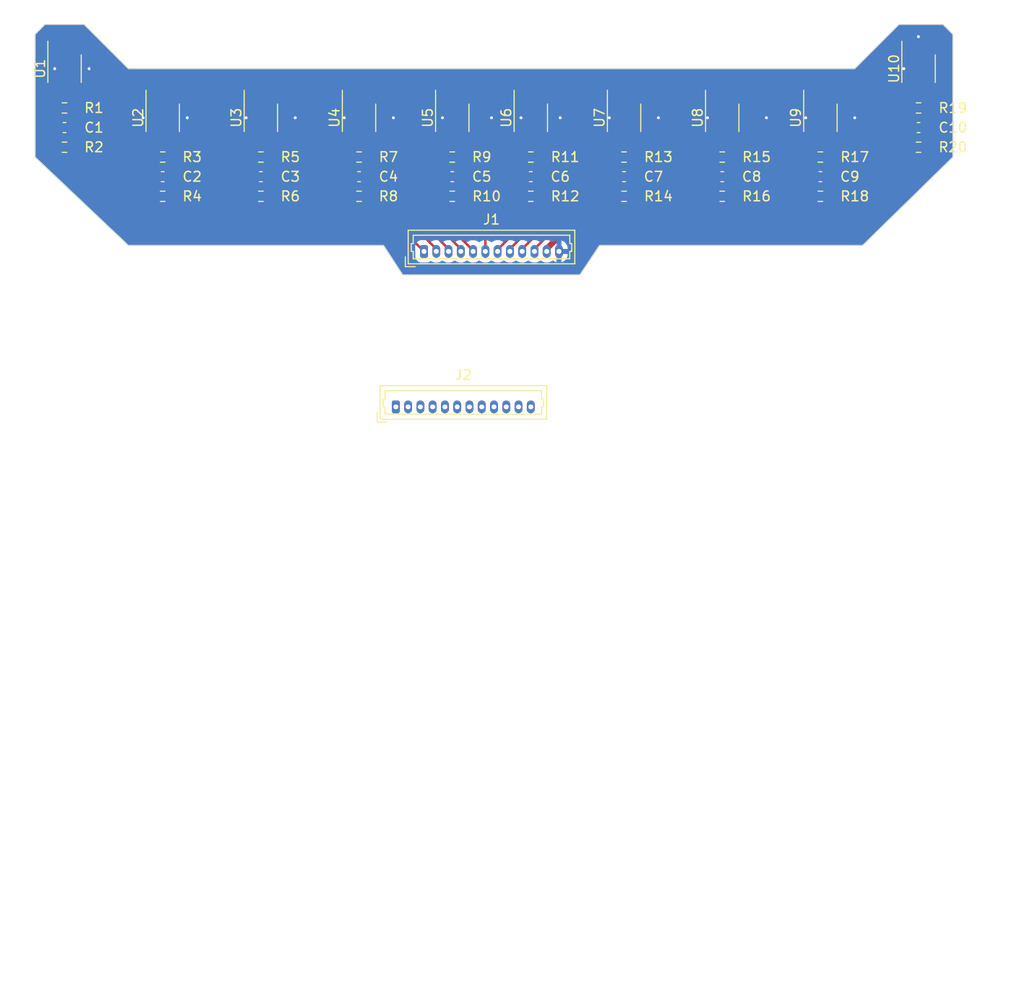
<source format=kicad_pcb>
(kicad_pcb (version 20221018) (generator pcbnew)
  (layers (0 "F.Cu" signal) (31 "B.Cu" signal) (34 "B.Paste" user) (35 "F.Paste" user) (36 "B.SilkS" user "B.Silkscreen") (37 "F.SilkS" user "F.Silkscreen") (38 "B.Mask" user) (39 "F.Mask" user) (44 "Edge.Cuts" user))
  (net 0 "")
  (net 1 "Net-(C1-Pad1)")
  (net 2 "+5V")
  (net 3 "Net-(C2-Pad1)")
  (net 4 "Net-(C3-Pad1)")
  (net 5 "Net-(C4-Pad1)")
  (net 6 "Net-(C5-Pad1)")
  (net 7 "Net-(C6-Pad1)")
  (net 8 "Net-(C7-Pad1)")
  (net 9 "Net-(C8-Pad1)")
  (net 10 "Net-(C9-Pad1)")
  (net 11 "Net-(C10-Pad1)")
  (net 12 "Net-(U1-A)")
  (net 13 "OUT1")
  (net 14 "Net-(U2-A)")
  (net 15 "OUT2")
  (net 16 "Net-(U3-A)")
  (net 17 "OUT3")
  (net 18 "Net-(U4-A)")
  (net 19 "OUT4")
  (net 20 "Net-(U5-A)")
  (net 21 "OUT5")
  (net 22 "Net-(U6-A)")
  (net 23 "OUT6")
  (net 24 "Net-(U7-A)")
  (net 25 "OUT7")
  (net 26 "Net-(U8-A)")
  (net 27 "OUT8")
  (net 28 "Net-(U9-A)")
  (net 29 "OUT9")
  (net 30 "Net-(U10-A)")
  (net 31 "OUT10")
  (net 32 "GND")
  (footprint "Capacitor_SMD:C_0603_1608Metric" (layer "F.Cu") (at 76.5 66 180)
    (fp_text reference "C3" (at -3 0) (layer "F.SilkS"))
    (fp_text value "10nF")
    (pad "1" smd roundrect (at -0.775 0 180) (size 0.9 0.95) (layers "F.Cu" "F.Paste" "F.Mask") (net 4 "Net-(C3-Pad1)"))
    (pad "2" smd roundrect (at 0.775 0 180) (size 0.9 0.95) (layers "F.Cu" "F.Paste" "F.Mask") (net 2 "+5V"))
  )
  (footprint "Resistor_SMD:R_0603_1608Metric" (layer "F.Cu") (at 76.5 64)
    (fp_text reference "R5" (at 3 0) (layer "F.SilkS"))
    (fp_text value "100")
    (pad "1" smd roundrect (at -0.825 0) (size 0.8 0.95) (layers "F.Cu" "F.Paste" "F.Mask") (net 2 "+5V"))
    (pad "2" smd roundrect (at 0.825 0) (size 0.8 0.95) (layers "F.Cu" "F.Paste" "F.Mask") (net 16 "Net-(U3-A)"))
  )
  (footprint "OptoDevice:OnSemi_CASE100CY" (layer "F.Cu") (at 56.5 55)
    (fp_text reference "U1" (at -2.5 0 90) (layer "F.SilkS"))
    (fp_text value "QRE1113GR")
    (pad "1" smd roundrect (at -0.9 -2) (size 0.79 1.66) (layers "F.Cu" "F.Paste" "F.Mask") (net 12 "Net-(U1-A)"))
    (pad "2" smd roundrect (at -0.9 2) (size 0.79 1.66) (layers "F.Cu" "F.Paste" "F.Mask") (net 32 "GND"))
    (pad "3" smd roundrect (at 0.9 2) (size 0.79 1.66) (layers "F.Cu" "F.Paste" "F.Mask") (net 1 "Net-(C1-Pad1)"))
    (pad "4" smd roundrect (at 0.9 -2) (size 0.79 1.66) (layers "F.Cu" "F.Paste" "F.Mask") (net 32 "GND"))
  )
  (footprint "Resistor_SMD:R_0603_1608Metric" (layer "F.Cu") (at 56.5 63 180)
    (fp_text reference "R2" (at -3 0) (layer "F.SilkS"))
    (fp_text value "220")
    (pad "1" smd roundrect (at -0.825 0 180) (size 0.8 0.95) (layers "F.Cu" "F.Paste" "F.Mask") (net 1 "Net-(C1-Pad1)"))
    (pad "2" smd roundrect (at 0.825 0 180) (size 0.8 0.95) (layers "F.Cu" "F.Paste" "F.Mask") (net 13 "OUT1"))
  )
  (footprint "Resistor_SMD:R_0603_1608Metric" (layer "F.Cu") (at 133.5 64)
    (fp_text reference "R17" (at 3.5 0) (layer "F.SilkS"))
    (fp_text value "100")
    (pad "1" smd roundrect (at -0.825 0) (size 0.8 0.95) (layers "F.Cu" "F.Paste" "F.Mask") (net 2 "+5V"))
    (pad "2" smd roundrect (at 0.825 0) (size 0.8 0.95) (layers "F.Cu" "F.Paste" "F.Mask") (net 28 "Net-(U9-A)"))
  )
  (footprint "Resistor_SMD:R_0603_1608Metric" (layer "F.Cu") (at 133.5 68 180)
    (fp_text reference "R18" (at -3.5 0) (layer "F.SilkS"))
    (fp_text value "220")
    (pad "1" smd roundrect (at -0.825 0 180) (size 0.8 0.95) (layers "F.Cu" "F.Paste" "F.Mask") (net 10 "Net-(C9-Pad1)"))
    (pad "2" smd roundrect (at 0.825 0 180) (size 0.8 0.95) (layers "F.Cu" "F.Paste" "F.Mask") (net 29 "OUT9"))
  )
  (footprint "Resistor_SMD:R_0603_1608Metric" (layer "F.Cu") (at 113.5 64)
    (fp_text reference "R13" (at 3.5 0) (layer "F.SilkS"))
    (fp_text value "100")
    (pad "1" smd roundrect (at -0.825 0) (size 0.8 0.95) (layers "F.Cu" "F.Paste" "F.Mask") (net 2 "+5V"))
    (pad "2" smd roundrect (at 0.825 0) (size 0.8 0.95) (layers "F.Cu" "F.Paste" "F.Mask") (net 24 "Net-(U7-A)"))
  )
  (footprint "Capacitor_SMD:C_0603_1608Metric" (layer "F.Cu") (at 113.5 66 180)
    (fp_text reference "C7" (at -3 0) (layer "F.SilkS"))
    (fp_text value "10nF")
    (pad "1" smd roundrect (at -0.775 0 180) (size 0.9 0.95) (layers "F.Cu" "F.Paste" "F.Mask") (net 8 "Net-(C7-Pad1)"))
    (pad "2" smd roundrect (at 0.775 0 180) (size 0.9 0.95) (layers "F.Cu" "F.Paste" "F.Mask") (net 2 "+5V"))
  )
  (footprint "Capacitor_SMD:C_0603_1608Metric" (layer "F.Cu") (at 104 66 180)
    (fp_text reference "C6" (at -3 0) (layer "F.SilkS"))
    (fp_text value "10nF")
    (pad "1" smd roundrect (at -0.775 0 180) (size 0.9 0.95) (layers "F.Cu" "F.Paste" "F.Mask") (net 7 "Net-(C6-Pad1)"))
    (pad "2" smd roundrect (at 0.775 0 180) (size 0.9 0.95) (layers "F.Cu" "F.Paste" "F.Mask") (net 2 "+5V"))
  )
  (footprint "Resistor_SMD:R_0603_1608Metric" (layer "F.Cu") (at 143.5 63 180)
    (fp_text reference "R20" (at -3.5 0) (layer "F.SilkS"))
    (fp_text value "220")
    (pad "1" smd roundrect (at -0.825 0 180) (size 0.8 0.95) (layers "F.Cu" "F.Paste" "F.Mask") (net 11 "Net-(C10-Pad1)"))
    (pad "2" smd roundrect (at 0.825 0 180) (size 0.8 0.95) (layers "F.Cu" "F.Paste" "F.Mask") (net 31 "OUT10"))
  )
  (footprint "OptoDevice:OnSemi_CASE100CY" (layer "F.Cu") (at 104 60)
    (fp_text reference "U6" (at -2.5 0 90) (layer "F.SilkS"))
    (fp_text value "QRE1113GR")
    (pad "1" smd roundrect (at -0.9 -2) (size 0.79 1.66) (layers "F.Cu" "F.Paste" "F.Mask") (net 22 "Net-(U6-A)"))
    (pad "2" smd roundrect (at -0.9 2) (size 0.79 1.66) (layers "F.Cu" "F.Paste" "F.Mask") (net 32 "GND"))
    (pad "3" smd roundrect (at 0.9 2) (size 0.79 1.66) (layers "F.Cu" "F.Paste" "F.Mask") (net 7 "Net-(C6-Pad1)"))
    (pad "4" smd roundrect (at 0.9 -2) (size 0.79 1.66) (layers "F.Cu" "F.Paste" "F.Mask") (net 32 "GND"))
  )
  (footprint "Capacitor_SMD:C_0603_1608Metric" (layer "F.Cu") (at 96 66 180)
    (fp_text reference "C5" (at -3 0) (layer "F.SilkS"))
    (fp_text value "10nF")
    (pad "1" smd roundrect (at -0.775 0 180) (size 0.9 0.95) (layers "F.Cu" "F.Paste" "F.Mask") (net 6 "Net-(C5-Pad1)"))
    (pad "2" smd roundrect (at 0.775 0 180) (size 0.9 0.95) (layers "F.Cu" "F.Paste" "F.Mask") (net 2 "+5V"))
  )
  (footprint "OptoDevice:OnSemi_CASE100CY" (layer "F.Cu") (at 123.5 60)
    (fp_text reference "U8" (at -2.5 0 90) (layer "F.SilkS"))
    (fp_text value "QRE1113GR")
    (pad "1" smd roundrect (at -0.9 -2) (size 0.79 1.66) (layers "F.Cu" "F.Paste" "F.Mask") (net 26 "Net-(U8-A)"))
    (pad "2" smd roundrect (at -0.9 2) (size 0.79 1.66) (layers "F.Cu" "F.Paste" "F.Mask") (net 32 "GND"))
    (pad "3" smd roundrect (at 0.9 2) (size 0.79 1.66) (layers "F.Cu" "F.Paste" "F.Mask") (net 9 "Net-(C8-Pad1)"))
    (pad "4" smd roundrect (at 0.9 -2) (size 0.79 1.66) (layers "F.Cu" "F.Paste" "F.Mask") (net 32 "GND"))
  )
  (footprint "Resistor_SMD:R_0603_1608Metric" (layer "F.Cu") (at 104 64)
    (fp_text reference "R11" (at 3.5 0) (layer "F.SilkS"))
    (fp_text value "100")
    (pad "1" smd roundrect (at -0.825 0) (size 0.8 0.95) (layers "F.Cu" "F.Paste" "F.Mask") (net 2 "+5V"))
    (pad "2" smd roundrect (at 0.825 0) (size 0.8 0.95) (layers "F.Cu" "F.Paste" "F.Mask") (net 22 "Net-(U6-A)"))
  )
  (footprint "Resistor_SMD:R_0603_1608Metric" (layer "F.Cu") (at 113.5 68 180)
    (fp_text reference "R14" (at -3.5 0) (layer "F.SilkS"))
    (fp_text value "220")
    (pad "1" smd roundrect (at -0.825 0 180) (size 0.8 0.95) (layers "F.Cu" "F.Paste" "F.Mask") (net 8 "Net-(C7-Pad1)"))
    (pad "2" smd roundrect (at 0.825 0 180) (size 0.8 0.95) (layers "F.Cu" "F.Paste" "F.Mask") (net 25 "OUT7"))
  )
  (footprint "Resistor_SMD:R_0603_1608Metric" (layer "F.Cu") (at 123.5 64)
    (fp_text reference "R15" (at 3.5 0) (layer "F.SilkS"))
    (fp_text value "100")
    (pad "1" smd roundrect (at -0.825 0) (size 0.8 0.95) (layers "F.Cu" "F.Paste" "F.Mask") (net 2 "+5V"))
    (pad "2" smd roundrect (at 0.825 0) (size 0.8 0.95) (layers "F.Cu" "F.Paste" "F.Mask") (net 26 "Net-(U8-A)"))
  )
  (footprint "OptoDevice:OnSemi_CASE100CY" (layer "F.Cu") (at 76.5 60)
    (fp_text reference "U3" (at -2.5 0 90) (layer "F.SilkS"))
    (fp_text value "QRE1113GR")
    (pad "1" smd roundrect (at -0.9 -2) (size 0.79 1.66) (layers "F.Cu" "F.Paste" "F.Mask") (net 16 "Net-(U3-A)"))
    (pad "2" smd roundrect (at -0.9 2) (size 0.79 1.66) (layers "F.Cu" "F.Paste" "F.Mask") (net 32 "GND"))
    (pad "3" smd roundrect (at 0.9 2) (size 0.79 1.66) (layers "F.Cu" "F.Paste" "F.Mask") (net 4 "Net-(C3-Pad1)"))
    (pad "4" smd roundrect (at 0.9 -2) (size 0.79 1.66) (layers "F.Cu" "F.Paste" "F.Mask") (net 32 "GND"))
  )
  (footprint "Capacitor_SMD:C_0603_1608Metric" (layer "F.Cu") (at 86.5 66 180)
    (fp_text reference "C4" (at -3 0) (layer "F.SilkS"))
    (fp_text value "10nF")
    (pad "1" smd roundrect (at -0.775 0 180) (size 0.9 0.95) (layers "F.Cu" "F.Paste" "F.Mask") (net 5 "Net-(C4-Pad1)"))
    (pad "2" smd roundrect (at 0.775 0 180) (size 0.9 0.95) (layers "F.Cu" "F.Paste" "F.Mask") (net 2 "+5V"))
  )
  (footprint "Resistor_SMD:R_0603_1608Metric" (layer "F.Cu") (at 76.5 68 180)
    (fp_text reference "R6" (at -3 0) (layer "F.SilkS"))
    (fp_text value "220")
    (pad "1" smd roundrect (at -0.825 0 180) (size 0.8 0.95) (layers "F.Cu" "F.Paste" "F.Mask") (net 4 "Net-(C3-Pad1)"))
    (pad "2" smd roundrect (at 0.825 0 180) (size 0.8 0.95) (layers "F.Cu" "F.Paste" "F.Mask") (net 17 "OUT3"))
  )
  (footprint "Capacitor_SMD:C_0603_1608Metric" (layer "F.Cu") (at 66.5 66 180)
    (fp_text reference "C2" (at -3 0) (layer "F.SilkS"))
    (fp_text value "10nF")
    (pad "1" smd roundrect (at -0.775 0 180) (size 0.9 0.95) (layers "F.Cu" "F.Paste" "F.Mask") (net 3 "Net-(C2-Pad1)"))
    (pad "2" smd roundrect (at 0.775 0 180) (size 0.9 0.95) (layers "F.Cu" "F.Paste" "F.Mask") (net 2 "+5V"))
  )
  (footprint "Resistor_SMD:R_0603_1608Metric" (layer "F.Cu") (at 66.5 64)
    (fp_text reference "R3" (at 3 0) (layer "F.SilkS"))
    (fp_text value "100")
    (pad "1" smd roundrect (at -0.825 0) (size 0.8 0.95) (layers "F.Cu" "F.Paste" "F.Mask") (net 2 "+5V"))
    (pad "2" smd roundrect (at 0.825 0) (size 0.8 0.95) (layers "F.Cu" "F.Paste" "F.Mask") (net 14 "Net-(U2-A)"))
  )
  (footprint "Resistor_SMD:R_0603_1608Metric" (layer "F.Cu") (at 86.5 64)
    (fp_text reference "R7" (at 3 0) (layer "F.SilkS"))
    (fp_text value "100")
    (pad "1" smd roundrect (at -0.825 0) (size 0.8 0.95) (layers "F.Cu" "F.Paste" "F.Mask") (net 2 "+5V"))
    (pad "2" smd roundrect (at 0.825 0) (size 0.8 0.95) (layers "F.Cu" "F.Paste" "F.Mask") (net 18 "Net-(U4-A)"))
  )
  (footprint "OptoDevice:OnSemi_CASE100CY" (layer "F.Cu") (at 86.5 60)
    (fp_text reference "U4" (at -2.5 0 90) (layer "F.SilkS"))
    (fp_text value "QRE1113GR")
    (pad "1" smd roundrect (at -0.9 -2) (size 0.79 1.66) (layers "F.Cu" "F.Paste" "F.Mask") (net 18 "Net-(U4-A)"))
    (pad "2" smd roundrect (at -0.9 2) (size 0.79 1.66) (layers "F.Cu" "F.Paste" "F.Mask") (net 32 "GND"))
    (pad "3" smd roundrect (at 0.9 2) (size 0.79 1.66) (layers "F.Cu" "F.Paste" "F.Mask") (net 5 "Net-(C4-Pad1)"))
    (pad "4" smd roundrect (at 0.9 -2) (size 0.79 1.66) (layers "F.Cu" "F.Paste" "F.Mask") (net 32 "GND"))
  )
  (footprint "OptoDevice:OnSemi_CASE100CY" (layer "F.Cu") (at 96 60)
    (fp_text reference "U5" (at -2.5 0 90) (layer "F.SilkS"))
    (fp_text value "QRE1113GR")
    (pad "1" smd roundrect (at -0.9 -2) (size 0.79 1.66) (layers "F.Cu" "F.Paste" "F.Mask") (net 20 "Net-(U5-A)"))
    (pad "2" smd roundrect (at -0.9 2) (size 0.79 1.66) (layers "F.Cu" "F.Paste" "F.Mask") (net 32 "GND"))
    (pad "3" smd roundrect (at 0.9 2) (size 0.79 1.66) (layers "F.Cu" "F.Paste" "F.Mask") (net 6 "Net-(C5-Pad1)"))
    (pad "4" smd roundrect (at 0.9 -2) (size 0.79 1.66) (layers "F.Cu" "F.Paste" "F.Mask") (net 32 "GND"))
  )
  (footprint "Capacitor_SMD:C_0603_1608Metric" (layer "F.Cu") (at 123.5 66 180)
    (fp_text reference "C8" (at -3 0) (layer "F.SilkS"))
    (fp_text value "10nF")
    (pad "1" smd roundrect (at -0.775 0 180) (size 0.9 0.95) (layers "F.Cu" "F.Paste" "F.Mask") (net 9 "Net-(C8-Pad1)"))
    (pad "2" smd roundrect (at 0.775 0 180) (size 0.9 0.95) (layers "F.Cu" "F.Paste" "F.Mask") (net 2 "+5V"))
  )
  (footprint "Resistor_SMD:R_0603_1608Metric" (layer "F.Cu") (at 86.5 68 180)
    (fp_text reference "R8" (at -3 0) (layer "F.SilkS"))
    (fp_text value "220")
    (pad "1" smd roundrect (at -0.825 0 180) (size 0.8 0.95) (layers "F.Cu" "F.Paste" "F.Mask") (net 5 "Net-(C4-Pad1)"))
    (pad "2" smd roundrect (at 0.825 0 180) (size 0.8 0.95) (layers "F.Cu" "F.Paste" "F.Mask") (net 19 "OUT4"))
  )
  (footprint "Capacitor_SMD:C_0603_1608Metric" (layer "F.Cu") (at 143.5 61 180)
    (fp_text reference "C10" (at -3.5 0) (layer "F.SilkS"))
    (fp_text value "10nF")
    (pad "1" smd roundrect (at -0.775 0 180) (size 0.9 0.95) (layers "F.Cu" "F.Paste" "F.Mask") (net 11 "Net-(C10-Pad1)"))
    (pad "2" smd roundrect (at 0.775 0 180) (size 0.9 0.95) (layers "F.Cu" "F.Paste" "F.Mask") (net 2 "+5V"))
  )
  (footprint "OptoDevice:OnSemi_CASE100CY" (layer "F.Cu") (at 143.5 55)
    (fp_text reference "U10" (at -2.5 0 90) (layer "F.SilkS"))
    (fp_text value "QRE1113GR")
    (pad "1" smd roundrect (at -0.9 -2) (size 0.79 1.66) (layers "F.Cu" "F.Paste" "F.Mask") (net 30 "Net-(U10-A)"))
    (pad "2" smd roundrect (at -0.9 2) (size 0.79 1.66) (layers "F.Cu" "F.Paste" "F.Mask") (net 32 "GND"))
    (pad "3" smd roundrect (at 0.9 2) (size 0.79 1.66) (layers "F.Cu" "F.Paste" "F.Mask") (net 11 "Net-(C10-Pad1)"))
    (pad "4" smd roundrect (at 0.9 -2) (size 0.79 1.66) (layers "F.Cu" "F.Paste" "F.Mask") (net 32 "GND"))
  )
  (footprint "Capacitor_SMD:C_0603_1608Metric" (layer "F.Cu") (at 56.5 61 180)
    (fp_text reference "C1" (at -3 0) (layer "F.SilkS"))
    (fp_text value "10nF")
    (pad "1" smd roundrect (at -0.775 0 180) (size 0.9 0.95) (layers "F.Cu" "F.Paste" "F.Mask") (net 1 "Net-(C1-Pad1)"))
    (pad "2" smd roundrect (at 0.775 0 180) (size 0.9 0.95) (layers "F.Cu" "F.Paste" "F.Mask") (net 2 "+5V"))
  )
  (footprint "OptoDevice:OnSemi_CASE100CY" (layer "F.Cu") (at 113.5 60)
    (fp_text reference "U7" (at -2.5 0 90) (layer "F.SilkS"))
    (fp_text value "QRE1113GR")
    (pad "1" smd roundrect (at -0.9 -2) (size 0.79 1.66) (layers "F.Cu" "F.Paste" "F.Mask") (net 24 "Net-(U7-A)"))
    (pad "2" smd roundrect (at -0.9 2) (size 0.79 1.66) (layers "F.Cu" "F.Paste" "F.Mask") (net 32 "GND"))
    (pad "3" smd roundrect (at 0.9 2) (size 0.79 1.66) (layers "F.Cu" "F.Paste" "F.Mask") (net 8 "Net-(C7-Pad1)"))
    (pad "4" smd roundrect (at 0.9 -2) (size 0.79 1.66) (layers "F.Cu" "F.Paste" "F.Mask") (net 32 "GND"))
  )
  (footprint "Resistor_SMD:R_0603_1608Metric" (layer "F.Cu") (at 104 68 180)
    (fp_text reference "R12" (at -3.5 0) (layer "F.SilkS"))
    (fp_text value "220")
    (pad "1" smd roundrect (at -0.825 0 180) (size 0.8 0.95) (layers "F.Cu" "F.Paste" "F.Mask") (net 7 "Net-(C6-Pad1)"))
    (pad "2" smd roundrect (at 0.825 0 180) (size 0.8 0.95) (layers "F.Cu" "F.Paste" "F.Mask") (net 23 "OUT6"))
  )
  (footprint "OptoDevice:OnSemi_CASE100CY" (layer "F.Cu") (at 66.5 60)
    (fp_text reference "U2" (at -2.5 0 90) (layer "F.SilkS"))
    (fp_text value "QRE1113GR")
    (pad "1" smd roundrect (at -0.9 -2) (size 0.79 1.66) (layers "F.Cu" "F.Paste" "F.Mask") (net 14 "Net-(U2-A)"))
    (pad "2" smd roundrect (at -0.9 2) (size 0.79 1.66) (layers "F.Cu" "F.Paste" "F.Mask") (net 32 "GND"))
    (pad "3" smd roundrect (at 0.9 2) (size 0.79 1.66) (layers "F.Cu" "F.Paste" "F.Mask") (net 3 "Net-(C2-Pad1)"))
    (pad "4" smd roundrect (at 0.9 -2) (size 0.79 1.66) (layers "F.Cu" "F.Paste" "F.Mask") (net 32 "GND"))
  )
  (footprint "Resistor_SMD:R_0603_1608Metric" (layer "F.Cu") (at 96 68 180)
    (fp_text reference "R10" (at -3.5 0) (layer "F.SilkS"))
    (fp_text value "220")
    (pad "1" smd roundrect (at -0.825 0 180) (size 0.8 0.95) (layers "F.Cu" "F.Paste" "F.Mask") (net 6 "Net-(C5-Pad1)"))
    (pad "2" smd roundrect (at 0.825 0 180) (size 0.8 0.95) (layers "F.Cu" "F.Paste" "F.Mask") (net 21 "OUT5"))
  )
  (footprint "Resistor_SMD:R_0603_1608Metric" (layer "F.Cu") (at 143.5 59)
    (fp_text reference "R19" (at 3.5 0) (layer "F.SilkS"))
    (fp_text value "100")
    (pad "1" smd roundrect (at -0.825 0) (size 0.8 0.95) (layers "F.Cu" "F.Paste" "F.Mask") (net 2 "+5V"))
    (pad "2" smd roundrect (at 0.825 0) (size 0.8 0.95) (layers "F.Cu" "F.Paste" "F.Mask") (net 30 "Net-(U10-A)"))
  )
  (footprint "Connector_Molex:Molex_PicoBlade_53047-1210_1x12_P1.25mm_Vertical" (layer "F.Cu") (at 90.25 89.45)
    (fp_text reference "J2" (at 6.88 -3.25) (layer "F.SilkS"))
    (fp_text value "Conn_01x12")
    (pad "1" thru_hole roundrect (at 0 0) (size 0.8 1.3) (drill 0.5) (layers "*.Cu" "*.Mask"))
    (pad "2" thru_hole oval (at 1.25 0) (size 0.8 1.3) (drill 0.5) (layers "*.Cu" "*.Mask"))
    (pad "3" thru_hole oval (at 2.5 0) (size 0.8 1.3) (drill 0.5) (layers "*.Cu" "*.Mask"))
    (pad "4" thru_hole oval (at 3.75 0) (size 0.8 1.3) (drill 0.5) (layers "*.Cu" "*.Mask"))
    (pad "5" thru_hole oval (at 5 0) (size 0.8 1.3) (drill 0.5) (layers "*.Cu" "*.Mask"))
    (pad "6" thru_hole oval (at 6.25 0) (size 0.8 1.3) (drill 0.5) (layers "*.Cu" "*.Mask"))
    (pad "7" thru_hole oval (at 7.5 0) (size 0.8 1.3) (drill 0.5) (layers "*.Cu" "*.Mask"))
    (pad "8" thru_hole oval (at 8.75 0) (size 0.8 1.3) (drill 0.5) (layers "*.Cu" "*.Mask"))
    (pad "9" thru_hole oval (at 10 0) (size 0.8 1.3) (drill 0.5) (layers "*.Cu" "*.Mask"))
    (pad "10" thru_hole oval (at 11.25 0) (size 0.8 1.3) (drill 0.5) (layers "*.Cu" "*.Mask"))
    (pad "11" thru_hole oval (at 12.5 0) (size 0.8 1.3) (drill 0.5) (layers "*.Cu" "*.Mask") (net 2 "+5V"))
    (pad "12" thru_hole oval (at 13.75 0) (size 0.8 1.3) (drill 0.5) (layers "*.Cu" "*.Mask") (net 32 "GND"))
  )
  (footprint "Resistor_SMD:R_0603_1608Metric" (layer "F.Cu") (at 66.5 68 180)
    (fp_text reference "R4" (at -3 0) (layer "F.SilkS"))
    (fp_text value "220")
    (pad "1" smd roundrect (at -0.825 0 180) (size 0.8 0.95) (layers "F.Cu" "F.Paste" "F.Mask") (net 3 "Net-(C2-Pad1)"))
    (pad "2" smd roundrect (at 0.825 0 180) (size 0.8 0.95) (layers "F.Cu" "F.Paste" "F.Mask") (net 15 "OUT2"))
  )
  (footprint "Capacitor_SMD:C_0603_1608Metric" (layer "F.Cu") (at 133.5 66 180)
    (fp_text reference "C9" (at -3 0) (layer "F.SilkS"))
    (fp_text value "10nF")
    (pad "1" smd roundrect (at -0.775 0 180) (size 0.9 0.95) (layers "F.Cu" "F.Paste" "F.Mask") (net 10 "Net-(C9-Pad1)"))
    (pad "2" smd roundrect (at 0.775 0 180) (size 0.9 0.95) (layers "F.Cu" "F.Paste" "F.Mask") (net 2 "+5V"))
  )
  (footprint "Resistor_SMD:R_0603_1608Metric" (layer "F.Cu") (at 123.5 68 180)
    (fp_text reference "R16" (at -3.5 0) (layer "F.SilkS"))
    (fp_text value "220")
    (pad "1" smd roundrect (at -0.825 0 180) (size 0.8 0.95) (layers "F.Cu" "F.Paste" "F.Mask") (net 9 "Net-(C8-Pad1)"))
    (pad "2" smd roundrect (at 0.825 0 180) (size 0.8 0.95) (layers "F.Cu" "F.Paste" "F.Mask") (net 27 "OUT8"))
  )
  (footprint "Resistor_SMD:R_0603_1608Metric" (layer "F.Cu") (at 56.5 59)
    (fp_text reference "R1" (at 3 0) (layer "F.SilkS"))
    (fp_text value "100")
    (pad "1" smd roundrect (at -0.825 0) (size 0.8 0.95) (layers "F.Cu" "F.Paste" "F.Mask") (net 2 "+5V"))
    (pad "2" smd roundrect (at 0.825 0) (size 0.8 0.95) (layers "F.Cu" "F.Paste" "F.Mask") (net 12 "Net-(U1-A)"))
  )
  (footprint "Connector_Molex:Molex_PicoBlade_53047-1210_1x12_P1.25mm_Vertical" (layer "F.Cu") (at 93.120111 73.614315)
    (fp_text reference "J1" (at 6.88 -3.25) (layer "F.SilkS"))
    (fp_text value "Conn_01x12")
    (pad "1" thru_hole roundrect (at 0 0) (size 0.8 1.3) (drill 0.5) (layers "*.Cu" "*.Mask") (net 13 "OUT1"))
    (pad "2" thru_hole oval (at 1.25 0) (size 0.8 1.3) (drill 0.5) (layers "*.Cu" "*.Mask") (net 15 "OUT2"))
    (pad "3" thru_hole oval (at 2.5 0) (size 0.8 1.3) (drill 0.5) (layers "*.Cu" "*.Mask") (net 17 "OUT3"))
    (pad "4" thru_hole oval (at 3.75 0) (size 0.8 1.3) (drill 0.5) (layers "*.Cu" "*.Mask") (net 19 "OUT4"))
    (pad "5" thru_hole oval (at 5 0) (size 0.8 1.3) (drill 0.5) (layers "*.Cu" "*.Mask") (net 21 "OUT5"))
    (pad "6" thru_hole oval (at 6.25 0) (size 0.8 1.3) (drill 0.5) (layers "*.Cu" "*.Mask") (net 23 "OUT6"))
    (pad "7" thru_hole oval (at 7.5 0) (size 0.8 1.3) (drill 0.5) (layers "*.Cu" "*.Mask") (net 25 "OUT7"))
    (pad "8" thru_hole oval (at 8.75 0) (size 0.8 1.3) (drill 0.5) (layers "*.Cu" "*.Mask") (net 27 "OUT8"))
    (pad "9" thru_hole oval (at 10 0) (size 0.8 1.3) (drill 0.5) (layers "*.Cu" "*.Mask") (net 29 "OUT9"))
    (pad "10" thru_hole oval (at 11.25 0) (size 0.8 1.3) (drill 0.5) (layers "*.Cu" "*.Mask") (net 31 "OUT10"))
    (pad "11" thru_hole oval (at 12.5 0) (size 0.8 1.3) (drill 0.5) (layers "*.Cu" "*.Mask") (net 2 "+5V"))
    (pad "12" thru_hole oval (at 13.75 0) (size 0.8 1.3) (drill 0.5) (layers "*.Cu" "*.Mask") (net 32 "GND"))
  )
  (footprint "Resistor_SMD:R_0603_1608Metric" (layer "F.Cu") (at 96 64)
    (fp_text reference "R9" (at 3 0) (layer "F.SilkS"))
    (fp_text value "100")
    (pad "1" smd roundrect (at -0.825 0) (size 0.8 0.95) (layers "F.Cu" "F.Paste" "F.Mask") (net 2 "+5V"))
    (pad "2" smd roundrect (at 0.825 0) (size 0.8 0.95) (layers "F.Cu" "F.Paste" "F.Mask") (net 20 "Net-(U5-A)"))
  )
  (footprint "OptoDevice:OnSemi_CASE100CY" (layer "F.Cu") (at 133.5 60)
    (fp_text reference "U9" (at -2.5 0 90) (layer "F.SilkS"))
    (fp_text value "QRE1113GR")
    (pad "1" smd roundrect (at -0.9 -2) (size 0.79 1.66) (layers "F.Cu" "F.Paste" "F.Mask") (net 28 "Net-(U9-A)"))
    (pad "2" smd roundrect (at -0.9 2) (size 0.79 1.66) (layers "F.Cu" "F.Paste" "F.Mask") (net 32 "GND"))
    (pad "3" smd roundrect (at 0.9 2) (size 0.79 1.66) (layers "F.Cu" "F.Paste" "F.Mask") (net 10 "Net-(C9-Pad1)"))
    (pad "4" smd roundrect (at 0.9 -2) (size 0.79 1.66) (layers "F.Cu" "F.Paste" "F.Mask") (net 32 "GND"))
  )
  (gr_line (start 109 76) (end 111 73) (stroke (width 0.1)) (layer "Edge.Cuts"))
  (gr_line (start 146 50.5) (end 141.5 50.5) (stroke (width 0.1)) (layer "Edge.Cuts"))
  (gr_line (start 147 51.5) (end 146 50.5) (stroke (width 0.1)) (layer "Edge.Cuts"))
  (gr_line (start 141.5 50.5) (end 137 55) (stroke (width 0.1)) (layer "Edge.Cuts"))
  (gr_line (start 58.5 50.5) (end 54.5 50.5) (stroke (width 0.1)) (layer "Edge.Cuts"))
  (gr_line (start 53.5 64) (end 63 73) (stroke (width 0.1)) (layer "Edge.Cuts"))
  (gr_line (start 63 73) (end 89 73) (stroke (width 0.1)) (layer "Edge.Cuts"))
  (gr_line (start 89 73) (end 90.95 76) (stroke (width 0.1)) (layer "Edge.Cuts"))
  (gr_line (start 137.8 73) (end 147 64) (stroke (width 0.1)) (layer "Edge.Cuts"))
  (gr_line (start 111 73) (end 137.8 73) (stroke (width 0.1)) (layer "Edge.Cuts"))
  (gr_line (start 137 55) (end 63 55) (stroke (width 0.1)) (layer "Edge.Cuts"))
  (gr_line (start 63 55) (end 58.5 50.5) (stroke (width 0.1)) (layer "Edge.Cuts"))
  (gr_line (start 54.5 50.5) (end 53.5 51.5) (stroke (width 0.1)) (layer "Edge.Cuts"))
  (gr_line (start 53.5 51.5) (end 53.5 64) (stroke (width 0.1)) (layer "Edge.Cuts"))
  (gr_line (start 147 64) (end 147 51.5) (stroke (width 0.1)) (layer "Edge.Cuts"))
  (gr_line (start 90.95 76) (end 109 76) (stroke (width 0.1)) (layer "Edge.Cuts"))
  (segment (start 57.325 63) (end 57.325 61.05) (width 0.25) (layer "F.Cu") (net 1))
  (segment (start 57.275 61) (end 56.6 60.325) (width 0.25) (layer "F.Cu") (net 1))
  (segment (start 56.6 60.325) (end 56.6 57.8) (width 0.25) (layer "F.Cu") (net 1))
  (segment (start 57.325 61.05) (end 57.275 61) (width 0.25) (layer "F.Cu") (net 1))
  (segment (start 56.6 57.8) (end 57.4 57) (width 0.25) (layer "F.Cu") (net 1))
  (segment (start 95.225 64.05) (end 95.175 64) (width 0.6) (layer "F.Cu") (net 2))
  (segment (start 140 54) (end 139.5 53.5) (width 0.6) (layer "F.Cu") (net 2))
  (segment (start 103.225 64.05) (end 103.175 64) (width 0.6) (layer "F.Cu") (net 2))
  (segment (start 95.225 66) (end 95.225 64.05) (width 0.6) (layer "F.Cu") (net 2))
  (segment (start 63 56) (end 58.5 51.5) (width 0.6) (layer "F.Cu") (net 2))
  (segment (start 130.5 63.5) (end 130.5 56) (width 0.6) (layer "F.Cu") (net 2))
  (segment (start 112.725 64.05) (end 112.675 64) (width 0.6) (layer "F.Cu") (net 2))
  (segment (start 110.5 56) (end 101 56) (width 0.6) (layer "F.Cu") (net 2))
  (segment (start 84 64) (end 83.5 63.5) (width 0.6) (layer "F.Cu") (net 2))
  (segment (start 142.725 61) (end 142.725 59.05) (width 0.6) (layer "F.Cu") (net 2))
  (segment (start 146 51.5) (end 146 64) (width 0.6) (layer "F.Cu") (net 2))
  (segment (start 120.5 56) (end 110.5 56) (width 0.6) (layer "F.Cu") (net 2))
  (segment (start 93.5 64) (end 93 63.5) (width 0.6) (layer "F.Cu") (net 2))
  (segment (start 122.725 66) (end 122.725 64.05) (width 0.6) (layer "F.Cu") (net 2))
  (segment (start 137 56) (end 130.5 56) (width 0.6) (layer "F.Cu") (net 2))
  (segment (start 55 59) (end 55.675 59) (width 0.6) (layer "F.Cu") (net 2))
  (segment (start 95.175 64) (end 93.5 64) (width 0.6) (layer "F.Cu") (net 2))
  (segment (start 122.675 64) (end 121 64) (width 0.6) (layer "F.Cu") (net 2))
  (segment (start 54 58) (end 55 59) (width 0.6) (layer "F.Cu") (net 2))
  (segment (start 132.675 64) (end 131 64) (width 0.6) (layer "F.Cu") (net 2))
  (segment (start 112.675 64) (end 111 64) (width 0.6) (layer "F.Cu") (net 2))
  (segment (start 85.725 66) (end 85.725 64.05) (width 0.6) (layer "F.Cu") (net 2))
  (segment (start 140 58) (end 140 54) (width 0.6) (layer "F.Cu") (net 2))
  (segment (start 75.675 64) (end 74 64) (width 0.6) (layer "F.Cu") (net 2))
  (segment (start 108.436634 70.525) (end 105.620111 73.341523) (width 0.6) (layer "F.Cu") (net 2))
  (segment (start 139.5 53.5) (end 142 51) (width 0.6) (layer "F.Cu") (net 2))
  (segment (start 142.675 59) (end 141 59) (width 0.6) (layer "F.Cu") (net 2))
  (segment (start 142.725 59.05) (end 142.675 59) (width 0.6) (layer "F.Cu") (net 2))
  (segment (start 132.725 64.05) (end 132.675 64) (width 0.6) (layer "F.Cu") (net 2))
  (segment (start 65.675 64) (end 63.5 64) (width 0.6) (layer "F.Cu") (net 2))
  (segment (start 83.5 56) (end 73.5 56) (width 0.6) (layer "F.Cu") (net 2))
  (segment (start 141 59) (end 140 58) (width 0.6) (layer "F.Cu") (net 2))
  (segment (start 93 63.5) (end 93 56) (width 0.6) (layer "F.Cu") (net 2))
  (segment (start 65.725 64.05) (end 65.675 64) (width 0.6) (layer "F.Cu") (net 2))
  (segment (start 85.675 64) (end 84 64) (width 0.6) (layer "F.Cu") (net 2))
  (segment (start 142 51) (end 145.5 51) (width 0.6) (layer "F.Cu") (net 2))
  (segment (start 120.5 63.5) (end 120.5 56) (width 0.6) (layer "F.Cu") (net 2))
  (segment (start 103.225 66) (end 103.225 64.05) (width 0.6) (layer "F.Cu") (net 2))
  (segment (start 73.5 56) (end 63 56) (width 0.6) (layer "F.Cu") (net 2))
  (segment (start 101 63.5) (end 101 56) (width 0.6) (layer "F.Cu") (net 2))
  (segment (start 139.5 53.5) (end 137 56) (width 0.6) (layer "F.Cu") (net 2))
  (segment (start 55 51.5) (end 54 52.5) (width 0.6) (layer "F.Cu") (net 2))
  (segment (start 139.475 70.525) (end 108.436634 70.525) (width 0.6) (layer "F.Cu") (net 2))
  (segment (start 105.620111 73.341523) (end 105.620111 73.614315) (width 0.6) (layer "F.Cu") (net 2))
  (segment (start 85.725 64.05) (end 85.675 64) (width 0.6) (layer "F.Cu") (net 2))
  (segment (start 132.725 66) (end 132.725 64.05) (width 0.6) (layer "F.Cu") (net 2))
  (segment (start 122.725 64.05) (end 122.675 64) (width 0.6) (layer "F.Cu") (net 2))
  (segment (start 130.5 56) (end 120.5 56) (width 0.6) (layer "F.Cu") (net 2))
  (segment (start 75.725 64.05) (end 75.675 64) (width 0.6) (layer "F.Cu") (net 2))
  (segment (start 145.5 51) (end 146 51.5) (width 0.6) (layer "F.Cu") (net 2))
  (segment (start 93 56) (end 83.5 56) (width 0.6) (layer "F.Cu") (net 2))
  (segment (start 63 63.5) (end 63 56) (width 0.6) (layer "F.Cu") (net 2))
  (segment (start 110.5 63.5) (end 110.5 56) (width 0.6) (layer "F.Cu") (net 2))
  (segment (start 55.725 59.05) (end 55.675 59) (width 0.6) (layer "F.Cu") (net 2))
  (segment (start 75.725 66) (end 75.725 64.05) (width 0.6) (layer "F.Cu") (net 2))
  (segment (start 55.725 61) (end 55.725 59.05) (width 0.6) (layer "F.Cu") (net 2))
  (segment (start 58.5 51.5) (end 55 51.5) (width 0.6) (layer "F.Cu") (net 2))
  (segment (start 63.5 64) (end 63 63.5) (width 0.6) (layer "F.Cu") (net 2))
  (segment (start 146 64) (end 139.475 70.525) (width 0.6) (layer "F.Cu") (net 2))
  (segment (start 83.5 63.5) (end 83.5 56) (width 0.6) (layer "F.Cu") (net 2))
  (segment (start 54 52.5) (end 54 58) (width 0.6) (layer "F.Cu") (net 2))
  (segment (start 101.5 64) (end 101 63.5) (width 0.6) (layer "F.Cu") (net 2))
  (segment (start 111 64) (end 110.5 63.5) (width 0.6) (layer "F.Cu") (net 2))
  (segment (start 65.725 66) (end 65.725 64.05) (width 0.6) (layer "F.Cu") (net 2))
  (segment (start 73.5 63.5) (end 73.5 56) (width 0.6) (layer "F.Cu") (net 2))
  (segment (start 103.175 64) (end 101.5 64) (width 0.6) (layer "F.Cu") (net 2))
  (segment (start 101 56) (end 93 56) (width 0.6) (layer "F.Cu") (net 2))
  (segment (start 131 64) (end 130.5 63.5) (width 0.6) (layer "F.Cu") (net 2))
  (segment (start 121 64) (end 120.5 63.5) (width 0.6) (layer "F.Cu") (net 2))
  (segment (start 74 64) (end 73.5 63.5) (width 0.6) (layer "F.Cu") (net 2))
  (segment (start 112.725 66) (end 112.725 64.05) (width 0.6) (layer "F.Cu") (net 2))
  (segment (start 67.275 66) (end 66.6 65.325) (width 0.25) (layer "F.Cu") (net 3))
  (segment (start 67.325 68) (end 67.325 66.05) (width 0.25) (layer "F.Cu") (net 3))
  (segment (start 66.6 65.325) (end 66.6 62.8) (width 0.25) (layer "F.Cu") (net 3))
  (segment (start 66.6 62.8) (end 67.4 62) (width 0.25) (layer "F.Cu") (net 3))
  (segment (start 67.325 66.05) (end 67.275 66) (width 0.25) (layer "F.Cu") (net 3))
  (segment (start 76.6 62.8) (end 77.4 62) (width 0.25) (layer "F.Cu") (net 4))
  (segment (start 77.325 66.05) (end 77.275 66) (width 0.25) (layer "F.Cu") (net 4))
  (segment (start 77.325 68) (end 77.325 66.05) (width 0.25) (layer "F.Cu") (net 4))
  (segment (start 77.275 66) (end 76.6 65.325) (width 0.25) (layer "F.Cu") (net 4))
  (segment (start 76.6 65.325) (end 76.6 62.8) (width 0.25) (layer "F.Cu") (net 4))
  (segment (start 87.275 66) (end 86.6 65.325) (width 0.25) (layer "F.Cu") (net 5))
  (segment (start 87.325 66.05) (end 87.275 66) (width 0.25) (layer "F.Cu") (net 5))
  (segment (start 86.6 65.325) (end 86.6 62.8) (width 0.25) (layer "F.Cu") (net 5))
  (segment (start 87.325 68) (end 87.325 66.05) (width 0.25) (layer "F.Cu") (net 5))
  (segment (start 86.6 62.8) (end 87.4 62) (width 0.25) (layer "F.Cu") (net 5))
  (segment (start 96.9 62) (end 96 62.9) (width 0.25) (layer "F.Cu") (net 6))
  (segment (start 96.825 66.05) (end 96.775 66) (width 0.25) (layer "F.Cu") (net 6))
  (segment (start 96.825 68) (end 96.825 66.05) (width 0.25) (layer "F.Cu") (net 6))
  (segment (start 96 62.9) (end 96 65.225) (width 0.25) (layer "F.Cu") (net 6))
  (segment (start 96 65.225) (end 96.775 66) (width 0.25) (layer "F.Cu") (net 6))
  (segment (start 104.825 66.05) (end 104.775 66) (width 0.25) (layer "F.Cu") (net 7))
  (segment (start 104.775 66) (end 104.1 65.325) (width 0.25) (layer "F.Cu") (net 7))
  (segment (start 104.1 62.8) (end 104.9 62) (width 0.25) (layer "F.Cu") (net 7))
  (segment (start 104.825 68) (end 104.825 66.05) (width 0.25) (layer "F.Cu") (net 7))
  (segment (start 104.1 65.325) (end 104.1 62.8) (width 0.25) (layer "F.Cu") (net 7))
  (segment (start 114.275 66) (end 113.6 65.325) (width 0.25) (layer "F.Cu") (net 8))
  (segment (start 113.6 65.325) (end 113.6 62.8) (width 0.25) (layer "F.Cu") (net 8))
  (segment (start 114.325 66.05) (end 114.275 66) (width 0.25) (layer "F.Cu") (net 8))
  (segment (start 113.6 62.8) (end 114.4 62) (width 0.25) (layer "F.Cu") (net 8))
  (segment (start 114.325 68) (end 114.325 66.05) (width 0.25) (layer "F.Cu") (net 8))
  (segment (start 124.325 68) (end 124.325 66.05) (width 0.25) (layer "F.Cu") (net 9))
  (segment (start 123.6 65.325) (end 123.6 62.8) (width 0.25) (layer "F.Cu") (net 9))
  (segment (start 123.6 62.8) (end 124.4 62) (width 0.25) (layer "F.Cu") (net 9))
  (segment (start 124.325 66.05) (end 124.275 66) (width 0.25) (layer "F.Cu") (net 9))
  (segment (start 124.275 66) (end 123.6 65.325) (width 0.25) (layer "F.Cu") (net 9))
  (segment (start 133.5 62.9) (end 134.4 62) (width 0.25) (layer "F.Cu") (net 10))
  (segment (start 134.325 68) (end 134.325 66.05) (width 0.25) (layer "F.Cu") (net 10))
  (segment (start 133.5 65.225) (end 133.5 62.9) (width 0.25) (layer "F.Cu") (net 10))
  (segment (start 134.325 66.05) (end 134.275 66) (width 0.25) (layer "F.Cu") (net 10))
  (segment (start 134.275 66) (end 133.5 65.225) (width 0.25) (layer "F.Cu") (net 10))
  (segment (start 144.275 61) (end 143.5 60.225) (width 0.25) (layer "F.Cu") (net 11))
  (segment (start 144.325 63) (end 144.325 61.05) (width 0.25) (layer "F.Cu") (net 11))
  (segment (start 143.5 57.9) (end 144.4 57) (width 0.25) (layer "F.Cu") (net 11))
  (segment (start 143.5 60.225) (end 143.5 57.9) (width 0.25) (layer "F.Cu") (net 11))
  (segment (start 144.325 61.05) (end 144.275 61) (width 0.25) (layer "F.Cu") (net 11))
  (segment (start 55.6 53.6) (end 55.6 53) (width 0.25) (layer "F.Cu") (net 12))
  (segment (start 58.12 56.12) (end 55.6 53.6) (width 0.25) (layer "F.Cu") (net 12))
  (segment (start 57.325 59) (end 58.12 58.205) (width 0.25) (layer "F.Cu") (net 12))
  (segment (start 58.12 58.205) (end 58.12 56.12) (width 0.25) (layer "F.Cu") (net 12))
  (segment (start 63.125 70.45) (end 89.955796 70.45) (width 0.25) (layer "F.Cu") (net 13))
  (segment (start 89.955796 70.45) (end 93.120111 73.614315) (width 0.25) (layer "F.Cu") (net 13))
  (segment (start 55.675 63) (end 63.125 70.45) (width 0.25) (layer "F.Cu") (net 13))
  (segment (start 68.12 62.88) (end 67.325 63.675) (width 0.25) (layer "F.Cu") (net 14))
  (segment (start 65.6 58) (end 65.6 58.631073) (width 0.25) (layer "F.Cu") (net 14))
  (segment (start 65.6 58.631073) (end 68.12 61.151073) (width 0.25) (layer "F.Cu") (net 14))
  (segment (start 67.325 63.675) (end 67.325 64) (width 0.25) (layer "F.Cu") (net 14))
  (segment (start 68.12 61.151073) (end 68.12 62.88) (width 0.25) (layer "F.Cu") (net 14))
  (segment (start 65.675 68) (end 67.675 70) (width 0.25) (layer "F.Cu") (net 15))
  (segment (start 67.675 70) (end 91.005796 70) (width 0.25) (layer "F.Cu") (net 15))
  (segment (start 94.370111 73.364315) (end 94.370111 73.614315) (width 0.25) (layer "F.Cu") (net 15))
  (segment (start 91.005796 70) (end 94.370111 73.364315) (width 0.25) (layer "F.Cu") (net 15))
  (segment (start 78.12 63.205) (end 77.325 64) (width 0.25) (layer "F.Cu") (net 16))
  (segment (start 75.6 58.631073) (end 78.12 61.151073) (width 0.25) (layer "F.Cu") (net 16))
  (segment (start 78.12 61.151073) (end 78.12 63.205) (width 0.25) (layer "F.Cu") (net 16))
  (segment (start 75.6 58) (end 75.6 58.631073) (width 0.25) (layer "F.Cu") (net 16))
  (segment (start 77.175 69.5) (end 91.755796 69.5) (width 0.25) (layer "F.Cu") (net 17))
  (segment (start 95.620111 73.364315) (end 95.620111 73.614315) (width 0.25) (layer "F.Cu") (net 17))
  (segment (start 91.755796 69.5) (end 95.620111 73.364315) (width 0.25) (layer "F.Cu") (net 17))
  (segment (start 75.675 68) (end 77.175 69.5) (width 0.25) (layer "F.Cu") (net 17))
  (segment (start 88.12 63.205) (end 87.325 64) (width 0.25) (layer "F.Cu") (net 18))
  (segment (start 88.12 60.52) (end 88.12 63.205) (width 0.25) (layer "F.Cu") (net 18))
  (segment (start 85.6 58) (end 88.12 60.52) (width 0.25) (layer "F.Cu") (net 18))
  (segment (start 86.475 68.8) (end 92.305796 68.8) (width 0.25) (layer "F.Cu") (net 19))
  (segment (start 96.870111 73.364315) (end 96.870111 73.614315) (width 0.25) (layer "F.Cu") (net 19))
  (segment (start 85.675 68) (end 86.475 68.8) (width 0.25) (layer "F.Cu") (net 19))
  (segment (start 92.305796 68.8) (end 96.870111 73.364315) (width 0.25) (layer "F.Cu") (net 19))
  (segment (start 95.1 58) (end 97.62 60.52) (width 0.25) (layer "F.Cu") (net 20))
  (segment (start 97.62 60.52) (end 97.62 63.205) (width 0.25) (layer "F.Cu") (net 20))
  (segment (start 97.62 63.205) (end 96.825 64) (width 0.25) (layer "F.Cu") (net 20))
  (segment (start 95.175 68) (end 95.25 68.075) (width 0.25) (layer "F.Cu") (net 21))
  (segment (start 95.175 70.575) (end 98.120111 73.520111) (width 0.25) (layer "F.Cu") (net 21))
  (segment (start 98.120111 73.520111) (end 98.120111 73.614315) (width 0.25) (layer "F.Cu") (net 21))
  (segment (start 95.175 68) (end 95.175 70.575) (width 0.25) (layer "F.Cu") (net 21))
  (segment (start 105.62 63.205) (end 104.825 64) (width 0.25) (layer "F.Cu") (net 22))
  (segment (start 103.1 58) (end 103.1 58.631073) (width 0.25) (layer "F.Cu") (net 22))
  (segment (start 103.1 58.631073) (end 105.62 61.151073) (width 0.25) (layer "F.Cu") (net 22))
  (segment (start 105.62 61.151073) (end 105.62 63.205) (width 0.25) (layer "F.Cu") (net 22))
  (segment (start 100 68) (end 99.370111 68.629889) (width 0.25) (layer "F.Cu") (net 23))
  (segment (start 99.370111 68.629889) (end 99.370111 73.614315) (width 0.25) (layer "F.Cu") (net 23))
  (segment (start 100 68) (end 103.175 68) (width 0.25) (layer "F.Cu") (net 23))
  (segment (start 115.12 61.151073) (end 115.12 63.205) (width 0.25) (layer "F.Cu") (net 24))
  (segment (start 112.6 58) (end 112.6 58.631073) (width 0.25) (layer "F.Cu") (net 24))
  (segment (start 115.12 63.205) (end 114.325 64) (width 0.25) (layer "F.Cu") (net 24))
  (segment (start 112.6 58.631073) (end 115.12 61.151073) (width 0.25) (layer "F.Cu") (net 24))
  (segment (start 105.55 68.492462) (end 100.620111 73.422351) (width 0.25) (layer "F.Cu") (net 25))
  (segment (start 106 68) (end 105.55 68.45) (width 0.25) (layer "F.Cu") (net 25))
  (segment (start 112.675 68) (end 106 68) (width 0.25) (layer "F.Cu") (net 25))
  (segment (start 105.55 68.45) (end 105.55 68.492462) (width 0.25) (layer "F.Cu") (net 25))
  (segment (start 100.620111 73.422351) (end 100.620111 73.614315) (width 0.25) (layer "F.Cu") (net 25))
  (segment (start 122.6 58) (end 122.6 58.631073) (width 0.25) (layer "F.Cu") (net 26))
  (segment (start 122.6 58.631073) (end 125.12 61.151073) (width 0.25) (layer "F.Cu") (net 26))
  (segment (start 125.12 61.151073) (end 125.12 63.205) (width 0.25) (layer "F.Cu") (net 26))
  (segment (start 125.12 63.205) (end 124.325 64) (width 0.25) (layer "F.Cu") (net 26))
  (segment (start 106.234426 69) (end 101.870111 73.364315) (width 0.25) (layer "F.Cu") (net 27))
  (segment (start 101.870111 73.364315) (end 101.870111 73.614315) (width 0.25) (layer "F.Cu") (net 27))
  (segment (start 121.675 69) (end 106.234426 69) (width 0.25) (layer "F.Cu") (net 27))
  (segment (start 122.675 68) (end 121.675 69) (width 0.25) (layer "F.Cu") (net 27))
  (segment (start 135.12 63.205) (end 134.325 64) (width 0.25) (layer "F.Cu") (net 28))
  (segment (start 132.6 58) (end 132.6 58.631073) (width 0.25) (layer "F.Cu") (net 28))
  (segment (start 132.6 58.631073) (end 135.12 61.151073) (width 0.25) (layer "F.Cu") (net 28))
  (segment (start 135.12 61.151073) (end 135.12 63.205) (width 0.25) (layer "F.Cu") (net 28))
  (segment (start 107.034426 69.45) (end 103.120111 73.364315) (width 0.25) (layer "F.Cu") (net 29))
  (segment (start 132.675 68) (end 131.225 69.45) (width 0.25) (layer "F.Cu") (net 29))
  (segment (start 131.225 69.45) (end 107.034426 69.45) (width 0.25) (layer "F.Cu") (net 29))
  (segment (start 103.120111 73.364315) (end 103.120111 73.614315) (width 0.25) (layer "F.Cu") (net 29))
  (segment (start 145.12 55.52) (end 145.12 58.205) (width 0.25) (layer "F.Cu") (net 30))
  (segment (start 145.12 58.205) (end 144.325 59) (width 0.25) (layer "F.Cu") (net 30))
  (segment (start 142.6 53) (end 145.12 55.52) (width 0.25) (layer "F.Cu") (net 30))
  (segment (start 142.675 63) (end 142.675 66.441116) (width 0.25) (layer "F.Cu") (net 31))
  (segment (start 104.370111 73.364315) (end 104.370111 73.614315) (width 0.25) (layer "F.Cu") (net 31))
  (segment (start 142.675 66.441116) (end 139.216116 69.9) (width 0.25) (layer "F.Cu") (net 31))
  (segment (start 107.834426 69.9) (end 104.370111 73.364315) (width 0.25) (layer "F.Cu") (net 31))
  (segment (start 139.216116 69.9) (end 107.834426 69.9) (width 0.25) (layer "F.Cu") (net 31))
  (segment (start 143.488408 52.088408) (end 144.4 53) (width 0.3) (layer "F.Cu") (net 32))
  (segment (start 143.488408 51.739317) (end 143.488408 52.088408) (width 0.3) (layer "F.Cu") (net 32))
  (via (at 95 60) (size 0.4) (drill 0.3) (layers "F.Cu" "B.Cu") (net 32))
  (via (at 85 60) (size 0.4) (drill 0.3) (layers "F.Cu" "B.Cu") (net 32))
  (via (at 55.5 55) (size 0.4) (drill 0.3) (layers "F.Cu" "B.Cu") (net 32))
  (via (at 142 55) (size 0.4) (drill 0.3) (layers "F.Cu" "B.Cu") (net 32))
  (via (at 128 60) (size 0.4) (drill 0.3) (layers "F.Cu" "B.Cu") (net 32))
  (via (at 122 60) (size 0.4) (drill 0.3) (layers "F.Cu" "B.Cu") (net 32))
  (via (at 59 55) (size 0.4) (drill 0.3) (layers "F.Cu" "B.Cu") (net 32))
  (via (at 69 60) (size 0.4) (drill 0.3) (layers "F.Cu" "B.Cu") (net 32))
  (via (at 112 60) (size 0.4) (drill 0.3) (layers "F.Cu" "B.Cu") (net 32))
  (via (at 103 60) (size 0.4) (drill 0.3) (layers "F.Cu" "B.Cu") (net 32))
  (via (at 64.5 60) (size 0.4) (drill 0.3) (layers "F.Cu" "B.Cu") (net 32))
  (via (at 137 60) (size 0.4) (drill 0.3) (layers "F.Cu" "B.Cu") (net 32))
  (via (at 80 60) (size 0.4) (drill 0.3) (layers "F.Cu" "B.Cu") (net 32))
  (via (at 75 60) (size 0.4) (drill 0.3) (layers "F.Cu" "B.Cu") (net 32))
  (via (at 117 60) (size 0.4) (drill 0.3) (layers "F.Cu" "B.Cu") (net 32))
  (via (at 143.488408 51.739317) (size 0.4) (drill 0.3) (layers "F.Cu" "B.Cu") (net 32))
  (via (at 100 60) (size 0.4) (drill 0.3) (layers "F.Cu" "B.Cu") (net 32))
  (via (at 107 60) (size 0.4) (drill 0.3) (layers "F.Cu" "B.Cu") (net 32))
  (via (at 132 60) (size 0.4) (drill 0.3) (layers "F.Cu" "B.Cu") (net 32))
  (via (at 90 60) (size 0.4) (drill 0.3) (layers "F.Cu" "B.Cu") (net 32))
  (zone (net 32) (net_name "GND") (layers "F&B.Cu") (connect_pads (clearance 0.5)) (min_thickness 0.25) (fill yes (thermal_gap 0.5) (thermal_bridge_width 0.5))
    (polygon (pts (xy 53 50) (xy 53 81) (xy 148 81) (xy 148 50)))
  )
)
</source>
